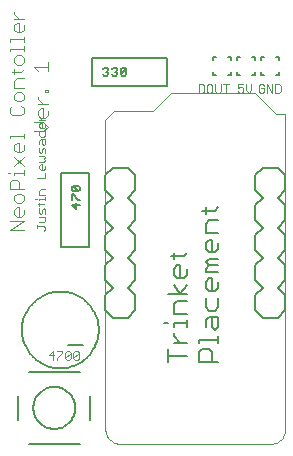
<source format=gto>
G75*
%MOIN*%
%OFA0B0*%
%FSLAX24Y24*%
%IPPOS*%
%LPD*%
%AMOC8*
5,1,8,0,0,1.08239X$1,22.5*
%
%ADD10C,0.0000*%
%ADD11C,0.0060*%
%ADD12C,0.0020*%
%ADD13C,0.0040*%
%ADD14C,0.0080*%
%ADD15C,0.0050*%
D10*
X014500Y001567D02*
X014500Y011867D01*
X014800Y012167D01*
X016100Y012167D01*
X016700Y012767D01*
X019500Y012767D01*
X020200Y012067D01*
X020500Y012067D01*
X020500Y001567D01*
X020498Y001523D01*
X020492Y001480D01*
X020483Y001438D01*
X020470Y001396D01*
X020453Y001356D01*
X020433Y001317D01*
X020410Y001280D01*
X020383Y001246D01*
X020354Y001213D01*
X020321Y001184D01*
X020287Y001157D01*
X020250Y001134D01*
X020211Y001114D01*
X020171Y001097D01*
X020129Y001084D01*
X020087Y001075D01*
X020044Y001069D01*
X020000Y001067D01*
X015000Y001067D01*
X014956Y001069D01*
X014913Y001075D01*
X014871Y001084D01*
X014829Y001097D01*
X014789Y001114D01*
X014750Y001134D01*
X014713Y001157D01*
X014679Y001184D01*
X014646Y001213D01*
X014617Y001246D01*
X014590Y001280D01*
X014567Y001317D01*
X014547Y001356D01*
X014530Y001396D01*
X014517Y001438D01*
X014508Y001480D01*
X014502Y001523D01*
X014500Y001567D01*
D11*
X016579Y003797D02*
X016579Y004224D01*
X016579Y004010D02*
X017220Y004010D01*
X017629Y004117D02*
X017629Y003797D01*
X018270Y003797D01*
X018056Y003797D02*
X018056Y004117D01*
X017950Y004224D01*
X017736Y004224D01*
X017629Y004117D01*
X017629Y004441D02*
X017629Y004548D01*
X018270Y004548D01*
X018270Y004441D02*
X018270Y004655D01*
X018163Y004871D02*
X018056Y004978D01*
X018056Y005298D01*
X017950Y005298D02*
X018270Y005298D01*
X018270Y004978D01*
X018163Y004871D01*
X017843Y004978D02*
X017843Y005191D01*
X017950Y005298D01*
X017950Y005515D02*
X017843Y005622D01*
X017843Y005942D01*
X017950Y006160D02*
X017843Y006267D01*
X017843Y006480D01*
X017950Y006587D01*
X018056Y006587D01*
X018056Y006160D01*
X017950Y006160D02*
X018163Y006160D01*
X018270Y006267D01*
X018270Y006480D01*
X018270Y006805D02*
X017843Y006805D01*
X017843Y006911D01*
X017950Y007018D01*
X017843Y007125D01*
X017950Y007232D01*
X018270Y007232D01*
X018270Y007018D02*
X017950Y007018D01*
X017950Y007449D02*
X017843Y007556D01*
X017843Y007769D01*
X017950Y007876D01*
X018056Y007876D01*
X018056Y007449D01*
X017950Y007449D02*
X018163Y007449D01*
X018270Y007556D01*
X018270Y007769D01*
X018270Y008094D02*
X017843Y008094D01*
X017843Y008414D01*
X017950Y008521D01*
X018270Y008521D01*
X018163Y008845D02*
X017736Y008845D01*
X017843Y008738D02*
X017843Y008952D01*
X018163Y008845D02*
X018270Y008952D01*
X017220Y007448D02*
X017113Y007341D01*
X016686Y007341D01*
X016793Y007234D02*
X016793Y007448D01*
X016900Y007017D02*
X017006Y007017D01*
X017006Y006590D01*
X016900Y006590D02*
X016793Y006696D01*
X016793Y006910D01*
X016900Y007017D01*
X017220Y006910D02*
X017220Y006696D01*
X017113Y006590D01*
X016900Y006590D01*
X016793Y006373D02*
X017006Y006053D01*
X017220Y006373D01*
X017220Y006053D02*
X016579Y006053D01*
X016900Y005835D02*
X016793Y005728D01*
X016793Y005408D01*
X017220Y005408D01*
X017220Y005192D02*
X017220Y004978D01*
X017220Y005085D02*
X016793Y005085D01*
X016793Y004978D01*
X016793Y004761D02*
X016793Y004655D01*
X017006Y004441D01*
X016793Y004441D02*
X017220Y004441D01*
X016579Y005085D02*
X016473Y005085D01*
X016900Y005835D02*
X017220Y005835D01*
X017950Y005515D02*
X018163Y005515D01*
X018270Y005622D01*
X018270Y005942D01*
X018200Y013367D02*
X018100Y013367D01*
X018100Y013467D01*
X018100Y013867D02*
X018100Y013967D01*
X018200Y013967D01*
X018600Y013967D02*
X018700Y013967D01*
X018700Y013867D01*
X018900Y013867D02*
X018900Y013967D01*
X019000Y013967D01*
X019400Y013967D02*
X019500Y013967D01*
X019500Y013867D01*
X019700Y013867D02*
X019700Y013967D01*
X019800Y013967D01*
X020200Y013967D02*
X020300Y013967D01*
X020300Y013867D01*
X020300Y013467D02*
X020300Y013367D01*
X020200Y013367D01*
X019800Y013367D02*
X019700Y013367D01*
X019700Y013467D01*
X019500Y013467D02*
X019500Y013367D01*
X019400Y013367D01*
X019000Y013367D02*
X018900Y013367D01*
X018900Y013467D01*
X018700Y013467D02*
X018700Y013367D01*
X018600Y013367D01*
D12*
X018626Y013057D02*
X018439Y013057D01*
X018349Y013057D02*
X018349Y012823D01*
X018303Y012777D01*
X018209Y012777D01*
X018162Y012823D01*
X018162Y013057D01*
X018073Y013010D02*
X018026Y013057D01*
X017933Y013057D01*
X017886Y013010D01*
X017886Y012823D01*
X017933Y012777D01*
X018026Y012777D01*
X018073Y012823D01*
X018073Y013010D01*
X017797Y013010D02*
X017797Y012823D01*
X017750Y012777D01*
X017610Y012777D01*
X017610Y013057D01*
X017750Y013057D01*
X017797Y013010D01*
X018532Y013057D02*
X018532Y012777D01*
X018910Y012823D02*
X018957Y012777D01*
X019050Y012777D01*
X019097Y012823D01*
X019097Y012917D01*
X019050Y012963D01*
X019003Y012963D01*
X018910Y012917D01*
X018910Y013057D01*
X019097Y013057D01*
X019186Y013057D02*
X019186Y012870D01*
X019280Y012777D01*
X019373Y012870D01*
X019373Y013057D01*
X019610Y013010D02*
X019610Y012823D01*
X019657Y012777D01*
X019750Y012777D01*
X019797Y012823D01*
X019797Y012917D01*
X019703Y012917D01*
X019610Y013010D02*
X019657Y013057D01*
X019750Y013057D01*
X019797Y013010D01*
X019886Y013057D02*
X020073Y012777D01*
X020073Y013057D01*
X020162Y013057D02*
X020303Y013057D01*
X020349Y013010D01*
X020349Y012823D01*
X020303Y012777D01*
X020162Y012777D01*
X020162Y013057D01*
X019886Y013057D02*
X019886Y012777D01*
X012490Y011860D02*
X012303Y011860D01*
X012303Y011953D02*
X012397Y011860D01*
X012397Y011770D02*
X012397Y011584D01*
X012443Y011584D02*
X012350Y011584D01*
X012303Y011630D01*
X012303Y011724D01*
X012350Y011770D01*
X012397Y011770D01*
X012490Y011724D02*
X012490Y011630D01*
X012443Y011584D01*
X012490Y011494D02*
X012210Y011494D01*
X012303Y011494D02*
X012303Y011354D01*
X012350Y011307D01*
X012443Y011307D01*
X012490Y011354D01*
X012490Y011494D01*
X012490Y011218D02*
X012350Y011218D01*
X012303Y011171D01*
X012303Y011078D01*
X012397Y011078D02*
X012397Y011218D01*
X012490Y011218D02*
X012490Y011078D01*
X012443Y011031D01*
X012397Y011078D01*
X012443Y010942D02*
X012397Y010895D01*
X012397Y010802D01*
X012350Y010755D01*
X012303Y010802D01*
X012303Y010942D01*
X012443Y010942D02*
X012490Y010895D01*
X012490Y010755D01*
X012443Y010665D02*
X012303Y010665D01*
X012443Y010665D02*
X012490Y010619D01*
X012443Y010572D01*
X012490Y010525D01*
X012443Y010479D01*
X012303Y010479D01*
X012350Y010389D02*
X012397Y010389D01*
X012397Y010202D01*
X012443Y010202D02*
X012350Y010202D01*
X012303Y010249D01*
X012303Y010343D01*
X012350Y010389D01*
X012490Y010343D02*
X012490Y010249D01*
X012443Y010202D01*
X012490Y010113D02*
X012490Y009926D01*
X012210Y009926D01*
X012350Y009561D02*
X012490Y009561D01*
X012350Y009561D02*
X012303Y009514D01*
X012303Y009374D01*
X012490Y009374D01*
X012490Y009283D02*
X012490Y009190D01*
X012490Y009236D02*
X012303Y009236D01*
X012303Y009190D01*
X012303Y009099D02*
X012303Y009005D01*
X012256Y009052D02*
X012443Y009052D01*
X012490Y009099D01*
X012443Y008916D02*
X012397Y008869D01*
X012397Y008776D01*
X012350Y008729D01*
X012303Y008776D01*
X012303Y008916D01*
X012443Y008916D02*
X012490Y008869D01*
X012490Y008729D01*
X012490Y008640D02*
X012303Y008640D01*
X012490Y008640D02*
X012490Y008500D01*
X012443Y008453D01*
X012303Y008453D01*
X012210Y008363D02*
X012210Y008270D01*
X012210Y008317D02*
X012443Y008317D01*
X012490Y008270D01*
X012490Y008223D01*
X012443Y008177D01*
X012210Y009236D02*
X012163Y009236D01*
X012303Y011953D02*
X012303Y012000D01*
X012750Y004157D02*
X012610Y004017D01*
X012797Y004017D01*
X012886Y003923D02*
X012886Y003877D01*
X012886Y003923D02*
X013073Y004110D01*
X013073Y004157D01*
X012886Y004157D01*
X012750Y004157D02*
X012750Y003877D01*
X013162Y003923D02*
X013349Y004110D01*
X013349Y003923D01*
X013303Y003877D01*
X013209Y003877D01*
X013162Y003923D01*
X013162Y004110D01*
X013209Y004157D01*
X013303Y004157D01*
X013349Y004110D01*
X013439Y004110D02*
X013485Y004157D01*
X013579Y004157D01*
X013626Y004110D01*
X013439Y003923D01*
X013485Y003877D01*
X013579Y003877D01*
X013626Y003923D01*
X013626Y004110D01*
X013439Y004110D02*
X013439Y003923D01*
D13*
X011780Y008187D02*
X011320Y008187D01*
X011780Y008494D01*
X011320Y008494D01*
X011473Y008724D02*
X011473Y008877D01*
X011550Y008954D01*
X011627Y008954D01*
X011627Y008647D01*
X011703Y008647D02*
X011550Y008647D01*
X011473Y008724D01*
X011703Y008647D02*
X011780Y008724D01*
X011780Y008877D01*
X011703Y009107D02*
X011550Y009107D01*
X011473Y009184D01*
X011473Y009338D01*
X011550Y009414D01*
X011703Y009414D01*
X011780Y009338D01*
X011780Y009184D01*
X011703Y009107D01*
X011627Y009568D02*
X011627Y009798D01*
X011550Y009875D01*
X011396Y009875D01*
X011320Y009798D01*
X011320Y009568D01*
X011780Y009568D01*
X011780Y010028D02*
X011780Y010182D01*
X011780Y010105D02*
X011473Y010105D01*
X011473Y010028D01*
X011320Y010105D02*
X011243Y010105D01*
X011473Y010335D02*
X011780Y010642D01*
X011703Y010796D02*
X011550Y010796D01*
X011473Y010872D01*
X011473Y011026D01*
X011550Y011102D01*
X011627Y011102D01*
X011627Y010796D01*
X011703Y010796D02*
X011780Y010872D01*
X011780Y011026D01*
X011780Y011256D02*
X011780Y011409D01*
X011780Y011333D02*
X011320Y011333D01*
X011320Y011256D01*
X011473Y010642D02*
X011780Y010335D01*
X012120Y011487D02*
X012427Y011487D01*
X012580Y011640D01*
X012427Y011794D01*
X012120Y011794D01*
X012350Y011947D02*
X012273Y012024D01*
X012273Y012177D01*
X012350Y012254D01*
X012427Y012254D01*
X012427Y011947D01*
X012503Y011947D02*
X012350Y011947D01*
X012503Y011947D02*
X012580Y012024D01*
X012580Y012177D01*
X012580Y012407D02*
X012273Y012407D01*
X012427Y012407D02*
X012273Y012561D01*
X012273Y012638D01*
X012503Y012791D02*
X012503Y012868D01*
X012580Y012868D01*
X012580Y012791D01*
X012503Y012791D01*
X012580Y013482D02*
X012580Y013789D01*
X012580Y013635D02*
X012120Y013635D01*
X012273Y013482D01*
X011780Y013558D02*
X011703Y013481D01*
X011396Y013481D01*
X011473Y013404D02*
X011473Y013558D01*
X011550Y013711D02*
X011703Y013711D01*
X011780Y013788D01*
X011780Y013942D01*
X011703Y014018D01*
X011550Y014018D01*
X011473Y013942D01*
X011473Y013788D01*
X011550Y013711D01*
X011550Y013251D02*
X011780Y013251D01*
X011550Y013251D02*
X011473Y013174D01*
X011473Y012944D01*
X011780Y012944D01*
X011703Y012791D02*
X011550Y012791D01*
X011473Y012714D01*
X011473Y012560D01*
X011550Y012484D01*
X011703Y012484D01*
X011780Y012560D01*
X011780Y012714D01*
X011703Y012791D01*
X011703Y012330D02*
X011780Y012253D01*
X011780Y012100D01*
X011703Y012023D01*
X011396Y012023D01*
X011320Y012100D01*
X011320Y012253D01*
X011396Y012330D01*
X011320Y014172D02*
X011320Y014248D01*
X011780Y014248D01*
X011780Y014172D02*
X011780Y014325D01*
X011780Y014479D02*
X011780Y014632D01*
X011780Y014555D02*
X011320Y014555D01*
X011320Y014479D01*
X011550Y014786D02*
X011473Y014862D01*
X011473Y015016D01*
X011550Y015093D01*
X011627Y015093D01*
X011627Y014786D01*
X011703Y014786D02*
X011550Y014786D01*
X011703Y014786D02*
X011780Y014862D01*
X011780Y015016D01*
X011780Y015246D02*
X011473Y015246D01*
X011473Y015399D02*
X011473Y015476D01*
X011473Y015399D02*
X011627Y015246D01*
D14*
X011600Y002667D02*
X011600Y001874D01*
X011950Y001067D02*
X013650Y001067D01*
X014000Y001862D02*
X014000Y002667D01*
X013650Y003467D02*
X011950Y003467D01*
X013250Y004367D02*
X013750Y004367D01*
X011720Y004867D02*
X011722Y004938D01*
X011728Y005009D01*
X011738Y005080D01*
X011752Y005149D01*
X011769Y005218D01*
X011791Y005286D01*
X011816Y005353D01*
X011845Y005418D01*
X011877Y005481D01*
X011913Y005543D01*
X011952Y005602D01*
X011995Y005659D01*
X012040Y005714D01*
X012089Y005766D01*
X012140Y005815D01*
X012194Y005861D01*
X012251Y005905D01*
X012309Y005945D01*
X012370Y005981D01*
X012433Y006015D01*
X012498Y006044D01*
X012564Y006070D01*
X012632Y006093D01*
X012700Y006111D01*
X012770Y006126D01*
X012840Y006137D01*
X012911Y006144D01*
X012982Y006147D01*
X013053Y006146D01*
X013124Y006141D01*
X013195Y006132D01*
X013265Y006119D01*
X013334Y006103D01*
X013402Y006082D01*
X013469Y006058D01*
X013535Y006030D01*
X013598Y005998D01*
X013660Y005963D01*
X013720Y005925D01*
X013778Y005883D01*
X013833Y005839D01*
X013886Y005791D01*
X013936Y005740D01*
X013983Y005687D01*
X014027Y005631D01*
X014068Y005573D01*
X014106Y005512D01*
X014140Y005450D01*
X014170Y005385D01*
X014197Y005320D01*
X014221Y005252D01*
X014240Y005184D01*
X014256Y005115D01*
X014268Y005044D01*
X014276Y004974D01*
X014280Y004903D01*
X014280Y004831D01*
X014276Y004760D01*
X014268Y004690D01*
X014256Y004619D01*
X014240Y004550D01*
X014221Y004482D01*
X014197Y004414D01*
X014170Y004349D01*
X014140Y004284D01*
X014106Y004222D01*
X014068Y004161D01*
X014027Y004103D01*
X013983Y004047D01*
X013936Y003994D01*
X013886Y003943D01*
X013833Y003895D01*
X013778Y003851D01*
X013720Y003809D01*
X013660Y003771D01*
X013598Y003736D01*
X013535Y003704D01*
X013469Y003676D01*
X013402Y003652D01*
X013334Y003631D01*
X013265Y003615D01*
X013195Y003602D01*
X013124Y003593D01*
X013053Y003588D01*
X012982Y003587D01*
X012911Y003590D01*
X012840Y003597D01*
X012770Y003608D01*
X012700Y003623D01*
X012632Y003641D01*
X012564Y003664D01*
X012498Y003690D01*
X012433Y003719D01*
X012370Y003753D01*
X012309Y003789D01*
X012251Y003829D01*
X012194Y003873D01*
X012140Y003919D01*
X012089Y003968D01*
X012040Y004020D01*
X011995Y004075D01*
X011952Y004132D01*
X011913Y004191D01*
X011877Y004253D01*
X011845Y004316D01*
X011816Y004381D01*
X011791Y004448D01*
X011769Y004516D01*
X011752Y004585D01*
X011738Y004654D01*
X011728Y004725D01*
X011722Y004796D01*
X011720Y004867D01*
X014500Y005517D02*
X014500Y006017D01*
X014750Y006267D01*
X014500Y006517D01*
X014500Y007017D01*
X014750Y007267D01*
X014500Y007517D01*
X014500Y008017D01*
X014750Y008267D01*
X014500Y008517D01*
X014500Y009017D01*
X014750Y009267D01*
X014500Y009517D01*
X014500Y010017D01*
X014750Y010267D01*
X015250Y010267D01*
X015500Y010017D01*
X015500Y009517D01*
X015250Y009267D01*
X015500Y009017D01*
X015500Y008517D01*
X015250Y008267D01*
X015500Y008017D01*
X015500Y007517D01*
X015250Y007267D01*
X015500Y007017D01*
X015500Y006517D01*
X015250Y006267D01*
X015500Y006017D01*
X015500Y005517D01*
X015250Y005267D01*
X014750Y005267D01*
X014500Y005517D01*
X013972Y007627D02*
X013028Y007627D01*
X013028Y010107D01*
X013972Y010107D01*
X013972Y007627D01*
X019500Y007517D02*
X019500Y008017D01*
X019750Y008267D01*
X019500Y008517D01*
X019500Y009017D01*
X019750Y009267D01*
X019500Y009517D01*
X019500Y010017D01*
X019750Y010267D01*
X020250Y010267D01*
X020500Y010017D01*
X020500Y009517D01*
X020250Y009267D01*
X020500Y009017D01*
X020500Y008517D01*
X020250Y008267D01*
X020500Y008017D01*
X020500Y007517D01*
X020250Y007267D01*
X020500Y007017D01*
X020500Y006517D01*
X020250Y006267D01*
X020500Y006017D01*
X020500Y005517D01*
X020250Y005267D01*
X019750Y005267D01*
X019500Y005517D01*
X019500Y006017D01*
X019750Y006267D01*
X019500Y006517D01*
X019500Y007017D01*
X019750Y007267D01*
X019500Y007517D01*
X012100Y002267D02*
X012102Y002319D01*
X012108Y002371D01*
X012118Y002423D01*
X012131Y002473D01*
X012148Y002523D01*
X012169Y002571D01*
X012194Y002617D01*
X012222Y002661D01*
X012253Y002703D01*
X012287Y002743D01*
X012324Y002780D01*
X012364Y002814D01*
X012406Y002845D01*
X012450Y002873D01*
X012496Y002898D01*
X012544Y002919D01*
X012594Y002936D01*
X012644Y002949D01*
X012696Y002959D01*
X012748Y002965D01*
X012800Y002967D01*
X012852Y002965D01*
X012904Y002959D01*
X012956Y002949D01*
X013006Y002936D01*
X013056Y002919D01*
X013104Y002898D01*
X013150Y002873D01*
X013194Y002845D01*
X013236Y002814D01*
X013276Y002780D01*
X013313Y002743D01*
X013347Y002703D01*
X013378Y002661D01*
X013406Y002617D01*
X013431Y002571D01*
X013452Y002523D01*
X013469Y002473D01*
X013482Y002423D01*
X013492Y002371D01*
X013498Y002319D01*
X013500Y002267D01*
X013498Y002215D01*
X013492Y002163D01*
X013482Y002111D01*
X013469Y002061D01*
X013452Y002011D01*
X013431Y001963D01*
X013406Y001917D01*
X013378Y001873D01*
X013347Y001831D01*
X013313Y001791D01*
X013276Y001754D01*
X013236Y001720D01*
X013194Y001689D01*
X013150Y001661D01*
X013104Y001636D01*
X013056Y001615D01*
X013006Y001598D01*
X012956Y001585D01*
X012904Y001575D01*
X012852Y001569D01*
X012800Y001567D01*
X012748Y001569D01*
X012696Y001575D01*
X012644Y001585D01*
X012594Y001598D01*
X012544Y001615D01*
X012496Y001636D01*
X012450Y001661D01*
X012406Y001689D01*
X012364Y001720D01*
X012324Y001754D01*
X012287Y001791D01*
X012253Y001831D01*
X012222Y001873D01*
X012194Y001917D01*
X012169Y001963D01*
X012148Y002011D01*
X012131Y002061D01*
X012118Y002111D01*
X012108Y002163D01*
X012102Y002215D01*
X012100Y002267D01*
X014060Y012994D02*
X016540Y012994D01*
X016540Y013939D01*
X014060Y013939D01*
X014060Y012994D01*
D15*
X014425Y013387D02*
X014470Y013342D01*
X014560Y013342D01*
X014605Y013387D01*
X014605Y013432D01*
X014560Y013477D01*
X014515Y013477D01*
X014560Y013477D02*
X014605Y013522D01*
X014605Y013567D01*
X014560Y013612D01*
X014470Y013612D01*
X014425Y013567D01*
X014720Y013567D02*
X014765Y013612D01*
X014855Y013612D01*
X014900Y013567D01*
X014900Y013522D01*
X014855Y013477D01*
X014900Y013432D01*
X014900Y013387D01*
X014855Y013342D01*
X014765Y013342D01*
X014720Y013387D01*
X014810Y013477D02*
X014855Y013477D01*
X015014Y013387D02*
X015014Y013567D01*
X015059Y013612D01*
X015149Y013612D01*
X015194Y013567D01*
X015014Y013387D01*
X015059Y013342D01*
X015149Y013342D01*
X015194Y013387D01*
X015194Y013567D01*
X013600Y009677D02*
X013420Y009677D01*
X013600Y009497D01*
X013645Y009542D01*
X013645Y009632D01*
X013600Y009677D01*
X013600Y009497D02*
X013420Y009497D01*
X013375Y009542D01*
X013375Y009632D01*
X013420Y009677D01*
X013420Y009383D02*
X013600Y009202D01*
X013645Y009202D01*
X013510Y009088D02*
X013510Y008908D01*
X013375Y009043D01*
X013645Y009043D01*
X013375Y009202D02*
X013375Y009383D01*
X013420Y009383D01*
M02*

</source>
